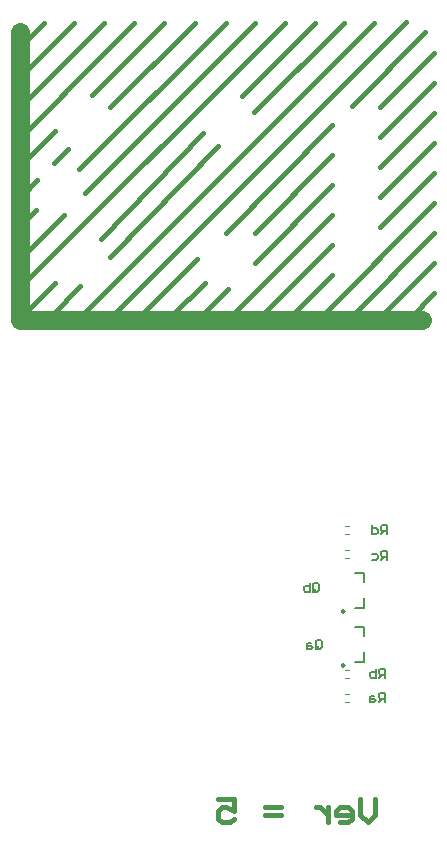
<source format=gbo>
G04*
G04 #@! TF.GenerationSoftware,Altium Limited,Altium Designer,21.6.1 (37)*
G04*
G04 Layer_Color=32896*
%FSLAX25Y25*%
%MOIN*%
G70*
G04*
G04 #@! TF.SameCoordinates,52293247-6156-4BB5-AEA0-72ABDA420298*
G04*
G04*
G04 #@! TF.FilePolarity,Positive*
G04*
G01*
G75*
%ADD13C,0.00984*%
%ADD15C,0.00500*%
%ADD16C,0.00394*%
%ADD17C,0.01500*%
%ADD18C,0.00787*%
%ADD20C,0.06299*%
%ADD69C,0.01575*%
D13*
X299892Y197000D02*
X299154Y197426D01*
Y196574D01*
X299892Y197000D01*
Y179000D02*
X299154Y179426D01*
Y178574D01*
X299892Y179000D01*
D15*
X314195Y222729D02*
Y225728D01*
X312695D01*
X312195Y225228D01*
Y224229D01*
X312695Y223729D01*
X314195D01*
X313195D02*
X312195Y222729D01*
X309196Y225728D02*
Y222729D01*
X310696D01*
X311196Y223229D01*
Y224229D01*
X310696Y224728D01*
X309196D01*
X314271Y214209D02*
Y217208D01*
X312771D01*
X312271Y216708D01*
Y215709D01*
X312771Y215209D01*
X314271D01*
X313271D02*
X312271Y214209D01*
X309273Y216209D02*
X310772D01*
X311272Y215709D01*
Y214709D01*
X310772Y214209D01*
X309273D01*
X313499Y174778D02*
Y177777D01*
X312000D01*
X311500Y177277D01*
Y176277D01*
X312000Y175777D01*
X313499D01*
X312499D02*
X311500Y174778D01*
X310500Y177777D02*
Y174778D01*
X309001D01*
X308501Y175277D01*
Y175777D01*
Y176277D01*
X309001Y176777D01*
X310500D01*
X313499Y166760D02*
Y169759D01*
X312000D01*
X311500Y169260D01*
Y168260D01*
X312000Y167760D01*
X313499D01*
X312499D02*
X311500Y166760D01*
X310000Y168760D02*
X309001D01*
X308501Y168260D01*
Y166760D01*
X310000D01*
X310500Y167260D01*
X310000Y167760D01*
X308501D01*
X289500Y203969D02*
Y205968D01*
X290000Y206468D01*
X290999D01*
X291499Y205968D01*
Y203969D01*
X290999Y203469D01*
X290000D01*
X290499Y204469D02*
X289500Y203469D01*
X290000D02*
X289500Y203969D01*
X288500Y206468D02*
Y203469D01*
X287001D01*
X286501Y203969D01*
Y204469D01*
Y204969D01*
X287001Y205469D01*
X288500D01*
X290500Y185018D02*
Y187017D01*
X291000Y187517D01*
X291999D01*
X292499Y187017D01*
Y185018D01*
X291999Y184518D01*
X291000D01*
X291499Y185517D02*
X290500Y184518D01*
X291000D02*
X290500Y185018D01*
X289000Y186517D02*
X288001D01*
X287501Y186017D01*
Y184518D01*
X289000D01*
X289500Y185018D01*
X289000Y185517D01*
X287501D01*
D16*
X300213Y169378D02*
X301787D01*
X300213Y166622D02*
X301787D01*
X300213Y177378D02*
X301787D01*
X300213Y174622D02*
X301787D01*
X300213Y217378D02*
X301787D01*
X300213Y214622D02*
X301787D01*
X300213Y225378D02*
X301787D01*
X300213Y222622D02*
X301787D01*
D17*
X221992Y314922D02*
X258000Y352000D01*
X219000Y321000D02*
X253083Y356394D01*
X203311Y346311D02*
X208000Y351000D01*
X281750Y294750D02*
X296000Y309000D01*
X302163Y295163D02*
X330000Y323000D01*
X291500Y294500D02*
X330000Y333000D01*
X312000Y325000D02*
X330000Y343000D01*
X312000Y335000D02*
X330000Y353000D01*
X270400Y313000D02*
X296000Y339000D01*
X270400Y323000D02*
X296000Y349000D01*
X208000Y294771D02*
X211571D01*
X261771D02*
X296000Y329000D01*
X272701Y295701D02*
X296000Y319000D01*
X310912Y293913D02*
X330000Y313000D01*
X321825Y294825D02*
X330000Y303000D01*
X192221Y335222D02*
X197650Y340650D01*
X193256Y366256D02*
X220000Y393000D01*
X191650Y374650D02*
X210000Y393000D01*
X192314Y385314D02*
X200000Y393000D01*
X220657Y383657D02*
X230000Y393000D01*
X191825Y354825D02*
X220657Y383657D01*
X221992Y364992D02*
X250200Y393200D01*
X216000Y369000D02*
X240000Y393000D01*
X211650Y344350D02*
X260500Y393200D01*
X213727Y336527D02*
X270400Y393200D01*
X192794Y305694D02*
X280300Y393200D01*
X266100Y368900D02*
X290400Y393200D01*
X270100Y363300D02*
X300000Y393200D01*
X192521Y345922D02*
X203799Y357201D01*
X192521Y325922D02*
X197299Y330701D01*
X192521Y314922D02*
X206799Y329201D01*
X192984Y295772D02*
X203700Y306488D01*
X202537Y295772D02*
X212055Y305289D01*
X222984Y295772D02*
X320706Y393494D01*
X232284Y295772D02*
X250817Y314305D01*
X242776Y295772D02*
X253492Y306488D01*
X252605Y295772D02*
X261302Y304469D01*
X211571Y294771D02*
X310000Y393200D01*
X260500Y323000D02*
X296000Y359000D01*
X302500Y365500D02*
X327000Y390000D01*
X312000Y365000D02*
X330000Y383000D01*
X312000Y355000D02*
X330000Y373000D01*
X312000Y345000D02*
X330000Y363000D01*
D18*
X303606Y198094D02*
X306756D01*
Y201244D01*
X303606Y209906D02*
X306756D01*
Y206756D02*
Y209906D01*
X303606Y180095D02*
X306756D01*
Y183244D01*
X303606Y191905D02*
X306756D01*
Y188756D02*
Y191905D01*
D20*
X192000Y294000D02*
Y390000D01*
Y294000D02*
X326000D01*
D69*
X310425Y134446D02*
Y129199D01*
X307801Y126575D01*
X305178Y129199D01*
Y134446D01*
X298618Y126575D02*
X301242D01*
X302554Y127887D01*
Y130510D01*
X301242Y131823D01*
X298618D01*
X297306Y130510D01*
Y129199D01*
X302554D01*
X294682Y131823D02*
Y126575D01*
Y129199D01*
X293370Y130510D01*
X292058Y131823D01*
X290746D01*
X278939Y129199D02*
X273692D01*
X278939Y131823D02*
X273692D01*
X257949Y134446D02*
X263196D01*
Y130510D01*
X260573Y131823D01*
X259261D01*
X257949Y130510D01*
Y127887D01*
X259261Y126575D01*
X261884D01*
X263196Y127887D01*
M02*

</source>
